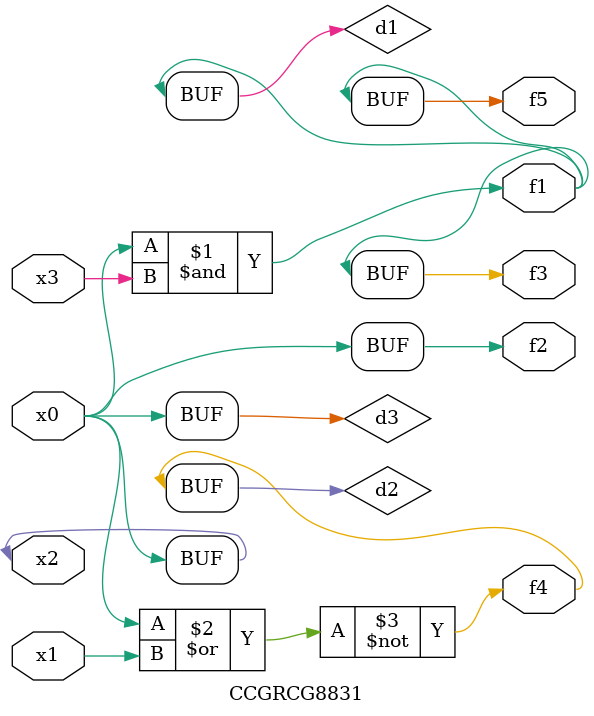
<source format=v>
module CCGRCG8831(
	input x0, x1, x2, x3,
	output f1, f2, f3, f4, f5
);

	wire d1, d2, d3;

	and (d1, x2, x3);
	nor (d2, x0, x1);
	buf (d3, x0, x2);
	assign f1 = d1;
	assign f2 = d3;
	assign f3 = d1;
	assign f4 = d2;
	assign f5 = d1;
endmodule

</source>
